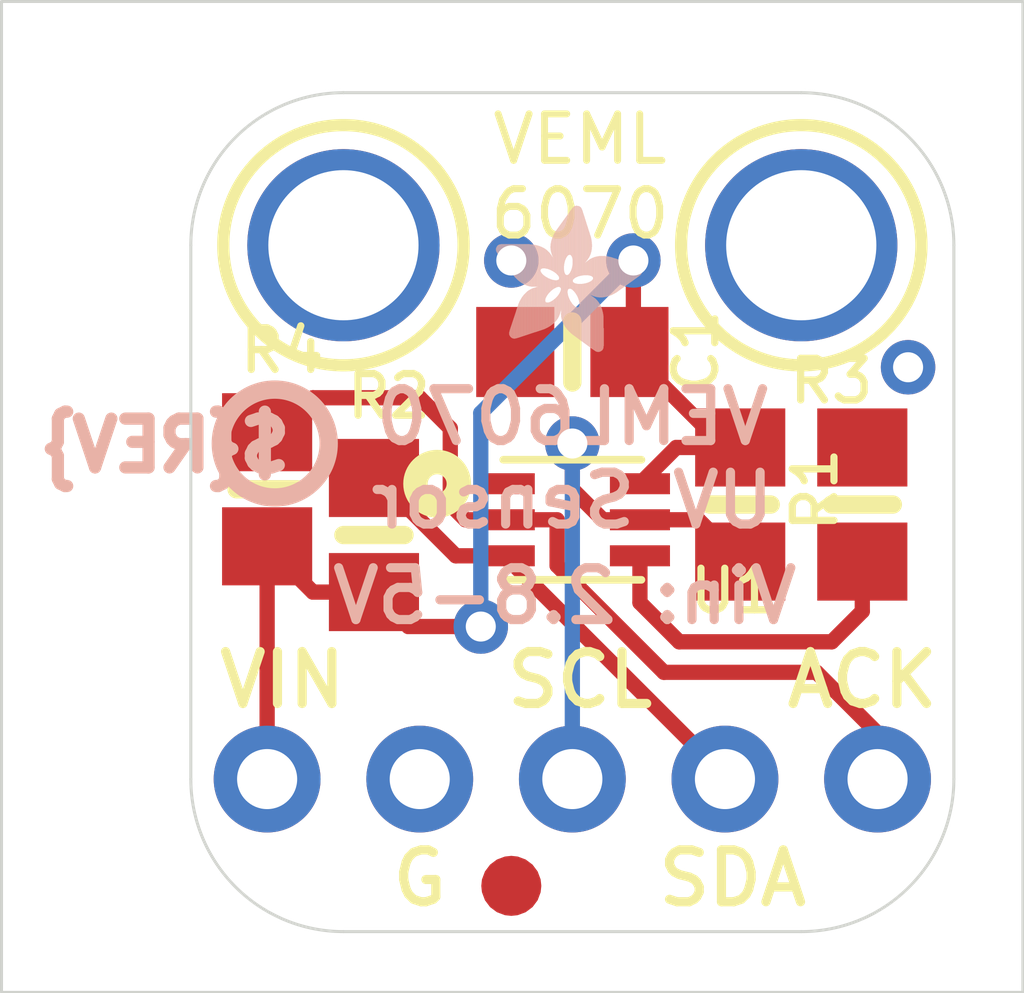
<source format=kicad_pcb>
(kicad_pcb (version 20240108) (generator "pcbnew") (generator_version "8.0")
  (layers (0 "F.Cu" signal) (31 "B.Cu" signal) (34 "B.Paste" user) (35 "F.Paste" user) (36 "B.SilkS" user "B.Silkscreen") (37 "F.SilkS" user "F.Silkscreen") (38 "B.Mask" user) (39 "F.Mask" user) (44 "Edge.Cuts" user))
  (net 0 "")
  (net 1 "VDD")
  (net 2 "GND")
  (net 3 "SCL")
  (net 4 "SDA")
  (net 5 "ACK")
  (net 6 "SET")
  (footprint "0805-NO" (layer "F.Cu") (at 143.4211 104.6226 -90)
    (property "Reference" "R4" (at -1.905 0.508 0) (layer "F.SilkS") (effects (font (size 0.692831 0.692831) (thickness 0.119969)) (justify left bottom)))
    (property "Value" "10K")
    (pad "1" smd rect (at -0.95 0 270) (size 1.3 1.5) (layers "F.Cu" "F.Paste" "F.Mask") (net 5 "ACK"))
    (pad "2" smd rect (at 0.95 0 270) (size 1.3 1.5) (layers "F.Cu" "F.Paste" "F.Mask") (net 1 "VDD"))
  )
  (footprint "0805-NO" (layer "F.Cu") (at 153.3271 104.8766 -90)
    (property "Reference" "R3" (at -1.651 1.27 0) (layer "F.SilkS") (effects (font (size 0.692831 0.692831) (thickness 0.119969)) (justify left bottom)))
    (property "Value" "270K")
    (pad "1" smd rect (at -0.95 0 270) (size 1.3 1.5) (layers "F.Cu" "F.Paste" "F.Mask") (net 2 "GND"))
    (pad "2" smd rect (at 0.95 0 270) (size 1.3 1.5) (layers "F.Cu" "F.Paste" "F.Mask") (net 6 "SET"))
  )
  (footprint "0805-NO" (layer "F.Cu") (at 148.5011 102.3366 180)
    (property "Reference" "C1" (at -1.651 0.762 90) (layer "F.SilkS") (effects (font (size 0.692831 0.692831) (thickness 0.119969)) (justify right top)))
    (property "Value" "10uF")
    (pad "1" smd rect (at -0.95 0 180) (size 1.3 1.5) (layers "F.Cu" "F.Paste" "F.Mask") (net 1 "VDD"))
    (pad "2" smd rect (at 0.95 0 180) (size 1.3 1.5) (layers "F.Cu" "F.Paste" "F.Mask") (net 2 "GND"))
  )
  (footprint "0805-NO" (layer "F.Cu") (at 145.1991 105.3846 -90)
    (property "Reference" "R2" (at -1.905 0.508 0) (layer "F.SilkS") (effects (font (size 0.692831 0.692831) (thickness 0.119969)) (justify left bottom)))
    (property "Value" "10K")
    (pad "1" smd rect (at -0.95 0 270) (size 1.3 1.5) (layers "F.Cu" "F.Paste" "F.Mask") (net 4 "SDA"))
    (pad "2" smd rect (at 0.95 0 270) (size 1.3 1.5) (layers "F.Cu" "F.Paste" "F.Mask") (net 1 "VDD"))
  )
  (footprint "1X05_ROUND_70" (layer "F.Cu") (at 148.5011 109.4486)
    (property "Reference" "JP1" (hide yes))
    (property "Value" "")
    (pad "1" thru_hole circle (at -5.08 0 90) (size 1.778 1.778) (drill 1) (layers "*.Cu" "*.Mask") (net 1 "VDD"))
    (pad "2" thru_hole circle (at -2.54 0 90) (size 1.778 1.778) (drill 1) (layers "*.Cu" "*.Mask") (net 2 "GND"))
    (pad "3" thru_hole circle (at 0 0 90) (size 1.778 1.778) (drill 1) (layers "*.Cu" "*.Mask") (net 3 "SCL"))
    (pad "4" thru_hole circle (at 2.54 0 90) (size 1.778 1.778) (drill 1) (layers "*.Cu" "*.Mask") (net 4 "SDA"))
    (pad "5" thru_hole circle (at 5.08 0 90) (size 1.778 1.778) (drill 1) (layers "*.Cu" "*.Mask") (net 5 "ACK"))
  )
  (footprint "0805-NO" (layer "F.Cu") (at 151.2951 104.8766 90)
    (property "Reference" "R1" (at -0.508 1.651 90) (layer "F.SilkS") (effects (font (size 0.692831 0.692831) (thickness 0.119969)) (justify left bottom)))
    (property "Value" "10K")
    (pad "1" smd rect (at -0.95 0 90) (size 1.3 1.5) (layers "F.Cu" "F.Paste" "F.Mask") (net 3 "SCL"))
    (pad "2" smd rect (at 0.95 0 90) (size 1.3 1.5) (layers "F.Cu" "F.Paste" "F.Mask") (net 1 "VDD"))
  )
  (footprint "VEML6070" (layer "F.Cu") (at 148.5011 105.1306)
    (property "Reference" "U1" (at 1.897 1.59 0) (layer "F.SilkS") (effects (font (size 0.692831 0.692831) (thickness 0.119969)) (justify left bottom)))
    (property "Value" "VEML6070")
    (pad "1" smd rect (at -1.125 -0.6) (size 1 0.35) (layers "F.Cu" "F.Paste" "F.Mask") (net 2 "GND"))
    (pad "2" smd rect (at -1.125 0) (size 1 0.35) (layers "F.Cu" "F.Paste" "F.Mask") (net 5 "ACK"))
    (pad "3" smd rect (at -1.125 0.6) (size 1 0.35) (layers "F.Cu" "F.Paste" "F.Mask") (net 4 "SDA"))
    (pad "4" smd rect (at 1.125 0.6) (size 1 0.35) (layers "F.Cu" "F.Paste" "F.Mask") (net 6 "SET"))
    (pad "5" smd rect (at 1.125 0) (size 1 0.35) (layers "F.Cu" "F.Paste" "F.Mask") (net 3 "SCL"))
    (pad "6" smd rect (at 1.125 -0.6) (size 1 0.35) (layers "F.Cu" "F.Paste" "F.Mask") (net 1 "VDD"))
  )
  (footprint "FIDUCIAL_1MM" (layer "F.Cu") (at 147.4851 111.2266)
    (property "Reference" "FID1" (hide yes))
    (property "Value" "FIDUCIAL\"\"" (hide yes))
    (pad "1" smd roundrect (at 0 0) (size 1 1) (layers "F.Cu" "F.Mask") (roundrect_rratio 0.5))
  )
  (footprint "MOUNTINGHOLE_2.5_PLATED" (layer "F.Cu") (at 152.3111 100.5586)
    (property "Reference" "U$11" (hide yes))
    (property "Value" "MOUNTINGHOLE2.5" (hide yes))
    (pad "P$1" thru_hole circle (at 0 0) (size 3.2 3.2) (drill 2.5) (layers "*.Cu" "*.Mask"))
  )
  (footprint "MOUNTINGHOLE_2.5_PLATED" (layer "F.Cu") (at 144.6911 100.5586)
    (property "Reference" "U$10" (hide yes))
    (property "Value" "MOUNTINGHOLE2.5" (hide yes))
    (pad "P$1" thru_hole circle (at 0 0) (size 3.2 3.2) (drill 2.5) (layers "*.Cu" "*.Mask"))
  )
  (footprint "PCBFEAT-REV-040" (layer "B.Cu") (at 143.5481 103.8606 180)
    (property "Reference" "U$2" (hide yes))
    (property "Value" "" (hide yes))
    (fp_text user "${REV}" (at -0.3556 -0.508 0) (layer "B.SilkS") (effects (font (size 0.8128 0.8128) (thickness 0.2032)) (justify left bottom mirror)))
  )
  (footprint "ADAFRUIT_2.5MM" (layer "B.Cu") (at 147.2311 102.3366 90)
    (property "Reference" "U$14" (hide yes))
    (property "Value" "" (hide yes))
  )
  (gr_line (start 142.1511 109.4486) (end 142.1511 100.5586) (stroke (width 0.05)) (layer "Edge.Cuts"))
  (gr_line (start 154.8511 100.5586) (end 154.8511 109.4486) (stroke (width 0.05)) (layer "Edge.Cuts"))
  (gr_arc (start 154.8511 109.4486) (mid 154.107151 111.244651) (end 152.3111 111.9886) (stroke (width 0.05)) (layer "Edge.Cuts"))
  (gr_rect (start 139 96.5) (end 156 113) (stroke (width 0.05)) (fill none) (layer "Edge.Cuts"))
  (gr_arc (start 142.1511 100.5586) (mid 142.895049 98.762549) (end 144.6911 98.0186) (stroke (width 0.05)) (layer "Edge.Cuts"))
  (gr_arc (start 144.6911 111.9886) (mid 142.895049 111.244651) (end 142.1511 109.4486) (stroke (width 0.05)) (layer "Edge.Cuts"))
  (gr_line (start 152.3111 111.9886) (end 144.6911 111.9886) (stroke (width 0.05)) (layer "Edge.Cuts"))
  (gr_arc (start 152.3111 98.0186) (mid 154.107151 98.762549) (end 154.8511 100.5586) (stroke (width 0.05)) (layer "Edge.Cuts"))
  (gr_line (start 144.6911 98.0186) (end 152.3111 98.0186) (stroke (width 0.05)) (layer "Edge.Cuts"))
  (gr_text "VEML6070\nUV Sensor" (at 148.5011 104.1146 0) (layer "B.SilkS") (effects (font (size 0.8636 0.8636) (thickness 0.1524)) (justify mirror)))
  (gr_text "Vin: 2.8-5V" (at 148.3741 106.4006 0) (layer "B.SilkS") (effects (font (size 0.8636 0.8636) (thickness 0.1524)) (justify mirror)))
  (gr_text "VEML\n6070" (at 148.6281 99.4156 0) (layer "F.SilkS") (effects (font (size 0.77343 0.77343) (thickness 0.11557))))
  (gr_text "ACK" (at 153.3271 107.7976 0) (layer "F.SilkS") (effects (font (size 0.8636 0.8636) (thickness 0.1524))))
  (gr_text "SDA" (at 151.1681 111.0996 0) (layer "F.SilkS") (effects (font (size 0.8636 0.8636) (thickness 0.1524))))
  (gr_text "VIN" (at 143.6751 107.7976 0) (layer "F.SilkS") (effects (font (size 0.8636 0.8636) (thickness 0.1524))))
  (gr_text "SCL" (at 148.6281 107.7976 0) (layer "F.SilkS") (effects (font (size 0.8636 0.8636) (thickness 0.1524))))
  (gr_text "G" (at 145.9611 111.0996 0) (layer "F.SilkS") (effects (font (size 0.8636 0.8636) (thickness 0.1524))))
  (segment (start 151.0411 103.9266) (end 151.2951 103.9266) (width 0.254) (layer "F.Cu") (net 1))
  (segment (start 145.1991 106.3346) (end 145.7731 106.9086) (width 0.254) (layer "F.Cu") (net 1))
  (segment (start 149.5171 102.5246) (end 149.4511 102.3366) (width 0.254) (layer "F.Cu") (net 1))
  (segment (start 145.7731 106.9086) (end 146.9771 106.9086) (width 0.254) (layer "F.Cu") (net 1))
  (segment (start 143.4211 105.5726) (end 143.4211 109.4486) (width 0.254) (layer "F.Cu") (net 1))
  (segment (start 150.2301 103.9266) (end 149.6261 104.5306) (width 0.254) (layer "F.Cu") (net 1))
  (segment (start 151.2951 103.9266) (end 150.2301 103.9266) (width 0.254) (layer "F.Cu") (net 1))
  (segment (start 144.1831 106.3346) (end 143.4211 105.5726) (width 0.254) (layer "F.Cu") (net 1))
  (segment (start 145.1991 106.3346) (end 144.1831 106.3346) (width 0.254) (layer "F.Cu") (net 1))
  (segment (start 149.5171 100.8126) (end 149.5171 102.5246) (width 0.254) (layer "F.Cu") (net 1))
  (segment (start 149.4511 102.3366) (end 151.0411 103.9266) (width 0.254) (layer "F.Cu") (net 1))
  (via (at 146.9771 106.9086) (size 0.9064) (drill 0.5) (layers "F.Cu" "B.Cu") (net 1))
  (via (at 149.5171 100.8126) (size 0.9064) (drill 0.5) (layers "F.Cu" "B.Cu") (net 1))
  (segment (start 146.9771 103.3526) (end 149.5171 100.8126) (width 0.254) (layer "B.Cu") (net 1))
  (segment (start 146.9771 106.9086) (end 146.9771 103.3526) (width 0.254) (layer "B.Cu") (net 1))
  (via (at 154.0891 102.5906) (size 0.9064) (drill 0.5) (layers "F.Cu" "B.Cu") (net 2))
  (via (at 147.4851 100.8126) (size 0.9064) (drill 0.5) (layers "F.Cu" "B.Cu") (net 2))
  (segment (start 150.5991 105.1306) (end 151.2951 105.8266) (width 0.254) (layer "F.Cu") (net 3))
  (segment (start 149.6261 105.1306) (end 149.0091 105.1306) (width 0.254) (layer "F.Cu") (net 3))
  (segment (start 149.6261 105.1306) (end 150.5991 105.1306) (width 0.254) (layer "F.Cu") (net 3))
  (segment (start 149.0091 105.1306) (end 148.5011 104.6226) (width 0.254) (layer "F.Cu") (net 3))
  (segment (start 148.5011 104.6226) (end 148.5011 103.8606) (width 0.254) (layer "F.Cu") (net 3))
  (via (at 148.5011 103.8606) (size 0.9064) (drill 0.5) (layers "F.Cu" "B.Cu") (net 3))
  (segment (start 148.5011 103.8606) (end 148.5011 109.4486) (width 0.254) (layer "B.Cu") (net 3))
  (segment (start 147.3761 105.7306) (end 151.0411 109.3956) (width 0.254) (layer "F.Cu") (net 4))
  (segment (start 151.0411 109.3956) (end 151.0411 109.4486) (width 0.254) (layer "F.Cu") (net 4))
  (segment (start 145.1991 104.4346) (end 145.2651 104.4346) (width 0.254) (layer "F.Cu") (net 4))
  (segment (start 145.2651 104.4346) (end 146.5611 105.7306) (width 0.254) (layer "F.Cu") (net 4))
  (segment (start 146.5611 105.7306) (end 147.3761 105.7306) (width 0.254) (layer "F.Cu") (net 4))
  (segment (start 146.7231 105.1306) (end 147.3761 105.1306) (width 0.254) (layer "F.Cu") (net 5))
  (segment (start 146.4691 103.6066) (end 146.4691 104.8766) (width 0.254) (layer "F.Cu") (net 5))
  (segment (start 143.6091 103.6726) (end 144.1831 103.0986) (width 0.254) (layer "F.Cu") (net 5))
  (segment (start 148.2471 105.1306) (end 148.2471 105.8926) (width 0.254) (layer "F.Cu") (net 5))
  (segment (start 147.3761 105.1306) (end 148.2471 105.1306) (width 0.254) (layer "F.Cu") (net 5))
  (segment (start 152.5651 107.6706) (end 153.5811 108.6866) (width 0.254) (layer "F.Cu") (net 5))
  (segment (start 150.0251 107.6706) (end 152.5651 107.6706) (width 0.254) (layer "F.Cu") (net 5))
  (segment (start 143.4211 103.6726) (end 143.6091 103.6726) (width 0.254) (layer "F.Cu") (net 5))
  (segment (start 144.1831 103.0986) (end 145.9611 103.0986) (width 0.254) (layer "F.Cu") (net 5))
  (segment (start 153.5811 108.6866) (end 153.5811 109.4486) (width 0.254) (layer "F.Cu") (net 5))
  (segment (start 145.9611 103.0986) (end 146.4691 103.6066) (width 0.254) (layer "F.Cu") (net 5))
  (segment (start 146.4691 104.8766) (end 146.7231 105.1306) (width 0.254) (layer "F.Cu") (net 5))
  (segment (start 148.2471 105.8926) (end 150.0251 107.6706) (width 0.254) (layer "F.Cu") (net 5))
  (segment (start 149.6261 105.7306) (end 149.6261 106.5096) (width 0.254) (layer "F.Cu") (net 6))
  (segment (start 150.2791 107.1626) (end 152.8191 107.1626) (width 0.254) (layer "F.Cu") (net 6))
  (segment (start 153.3271 106.6546) (end 153.3271 105.8266) (width 0.254) (layer "F.Cu") (net 6))
  (segment (start 152.8191 107.1626) (end 153.3271 106.6546) (width 0.254) (layer "F.Cu") (net 6))
  (segment (start 149.6261 106.5096) (end 150.2791 107.1626) (width 0.254) (layer "F.Cu") (net 6))
)
</source>
